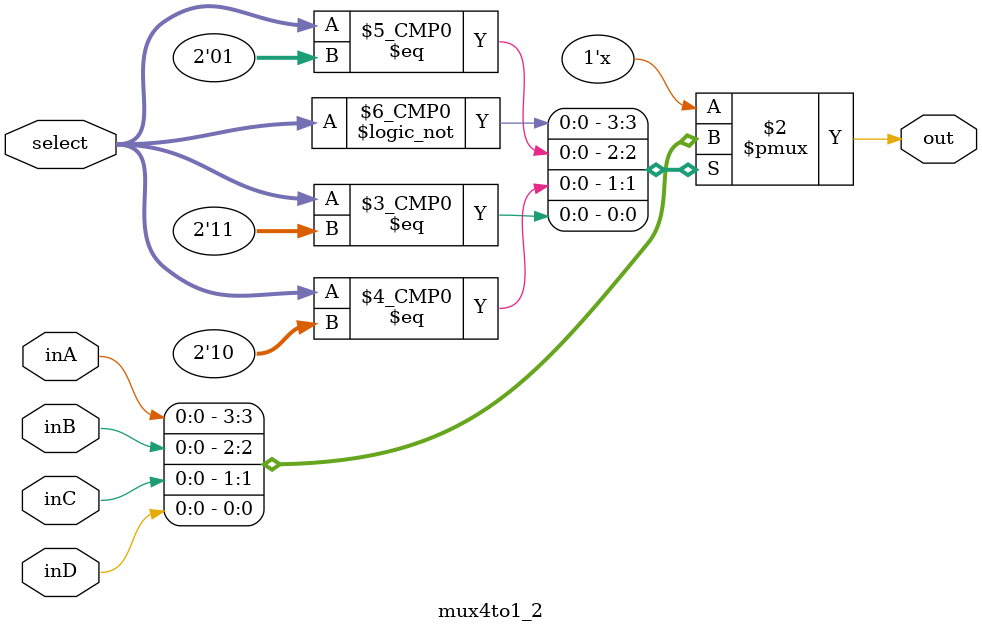
<source format=v>
module mux4to1_2 #(
    parameter WIDTH = 1
    ) (
    input wire [WIDTH - 1:0] inA,
    input wire [WIDTH - 1:0] inB,
    input wire [WIDTH - 1:0] inC,
    input wire [WIDTH - 1:0] inD,
    input wire [1:0] select,
    output reg [WIDTH - 1:0] out
    );
    always @(inA, inB, inC, inD, select) begin
        case(select)
             0 : out = inA;
             1 : out = inB;
             2 : out = inC;
             3 : out = inD;
             default: out = inA;
        endcase
    end  
endmodule
</source>
